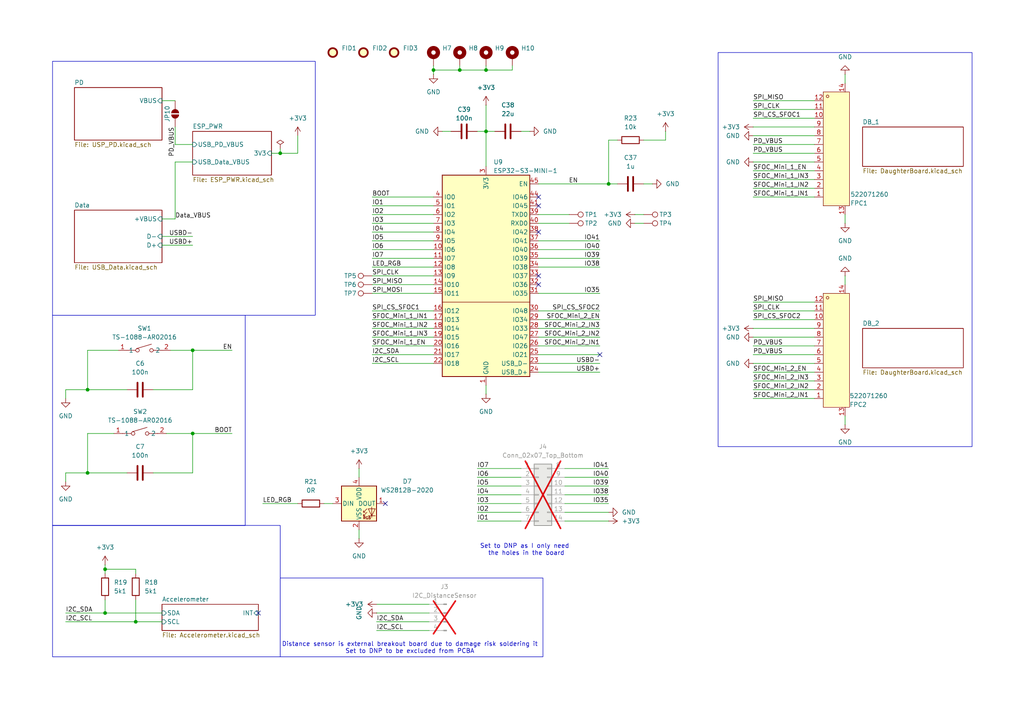
<source format=kicad_sch>
(kicad_sch (version 20250114) (generator "eeschema") (generator_version "9.0")
  (paper "A4")
  (title_block (title "FOCEars") (date "2025-12-05") (rev "A") (company "KaironSaber"))
  (lib_symbols
    (symbol "Connector:Conn_01x04_Pin" (pin_names (offset 1.016) (hide yes))
      (property "Reference" "J" (at 0 5.08 0))
      (property "Value" "Conn_01x04_Pin" (at 0 -7.62 0))
      (symbol "Conn_01x04_Pin_1_1"
        (rectangle (start 0.8636 2.667) (end 0 2.413) (stroke (width 0.1524)) (fill (type outline)))
        (rectangle (start 0.8636 0.127) (end 0 -0.127) (stroke (width 0.1524)) (fill (type outline)))
        (rectangle (start 0.8636 -2.413) (end 0 -2.667) (stroke (width 0.1524)) (fill (type outline)))
        (rectangle (start 0.8636 -4.953) (end 0 -5.207) (stroke (width 0.1524)) (fill (type outline)))
        (polyline (pts (xy 1.27 2.54) (xy 0.8636 2.54)) (stroke (width 0.1524)))
        (polyline (pts (xy 1.27 0) (xy 0.8636 0)) (stroke (width 0.1524)))
        (polyline (pts (xy 1.27 -2.54) (xy 0.8636 -2.54)) (stroke (width 0.1524)))
        (polyline (pts (xy 1.27 -5.08) (xy 0.8636 -5.08)) (stroke (width 0.1524)))
        (pin passive line (at 5.08 2.54 180) (length 3.81) (name "Pin_1") (number "1"))
        (pin passive line (at 5.08 0 180) (length 3.81) (name "Pin_2") (number "2"))
        (pin passive line (at 5.08 -2.54 180) (length 3.81) (name "Pin_3") (number "3"))
        (pin passive line (at 5.08 -5.08 180) (length 3.81) (name "Pin_4") (number "4"))
      )
    )
    (symbol "Connector:TestPoint" (pin_numbers (hide yes)) (pin_names (offset 0.762) (hide yes))
      (property "Reference" "TP" (at 0 6.858 0))
      (property "Value" "TestPoint" (at 0 5.08 0))
      (symbol "TestPoint_0_1"
        (circle (center 0 3.302) (radius 0.762))
      )
      (symbol "TestPoint_1_1"
        (pin passive line (at 0 0 90) (length 2.54) (name "1") (number "1"))
      )
    )
    (symbol "Connector_Generic:Conn_02x07_Top_Bottom" (pin_names (offset 1.016) (hide yes))
      (property "Reference" "J" (at 1.27 10.16 0))
      (property "Value" "Conn_02x07_Top_Bottom" (at 1.27 -10.16 0))
      (symbol "Conn_02x07_Top_Bottom_1_1"
        (rectangle (start -1.27 8.89) (end 3.81 -8.89) (stroke (width 0.254)) (fill (type background)))
        (rectangle (start -1.27 7.747) (end 0 7.493) (stroke (width 0.1524)))
        (rectangle (start -1.27 5.207) (end 0 4.953) (stroke (width 0.1524)))
        (rectangle (start -1.27 2.667) (end 0 2.413) (stroke (width 0.1524)))
        (rectangle (start -1.27 0.127) (end 0 -0.127) (stroke (width 0.1524)))
        (rectangle (start -1.27 -2.413) (end 0 -2.667) (stroke (width 0.1524)))
        (rectangle (start -1.27 -4.953) (end 0 -5.207) (stroke (width 0.1524)))
        (rectangle (start -1.27 -7.493) (end 0 -7.747) (stroke (width 0.1524)))
        (rectangle (start 3.81 7.747) (end 2.54 7.493) (stroke (width 0.1524)))
        (rectangle (start 3.81 5.207) (end 2.54 4.953) (stroke (width 0.1524)))
        (rectangle (start 3.81 2.667) (end 2.54 2.413) (stroke (width 0.1524)))
        (rectangle (start 3.81 0.127) (end 2.54 -0.127) (stroke (width 0.1524)))
        (rectangle (start 3.81 -2.413) (end 2.54 -2.667) (stroke (width 0.1524)))
        (rectangle (start 3.81 -4.953) (end 2.54 -5.207) (stroke (width 0.1524)))
        (rectangle (start 3.81 -7.493) (end 2.54 -7.747) (stroke (width 0.1524)))
        (pin passive line (at -5.08 7.62 0) (length 3.81) (name "Pin_1") (number "1"))
        (pin passive line (at -5.08 5.08 0) (length 3.81) (name "Pin_2") (number "2"))
        (pin passive line (at -5.08 2.54 0) (length 3.81) (name "Pin_3") (number "3"))
        (pin passive line (at -5.08 0 0) (length 3.81) (name "Pin_4") (number "4"))
        (pin passive line (at -5.08 -2.54 0) (length 3.81) (name "Pin_5") (number "5"))
        (pin passive line (at -5.08 -5.08 0) (length 3.81) (name "Pin_6") (number "6"))
        (pin passive line (at -5.08 -7.62 0) (length 3.81) (name "Pin_7") (number "7"))
        (pin passive line (at 7.62 7.62 180) (length 3.81) (name "Pin_8") (number "8"))
        (pin passive line (at 7.62 5.08 180) (length 3.81) (name "Pin_9") (number "9"))
        (pin passive line (at 7.62 2.54 180) (length 3.81) (name "Pin_10") (number "10"))
        (pin passive line (at 7.62 0 180) (length 3.81) (name "Pin_11") (number "11"))
        (pin passive line (at 7.62 -2.54 180) (length 3.81) (name "Pin_12") (number "12"))
        (pin passive line (at 7.62 -5.08 180) (length 3.81) (name "Pin_13") (number "13"))
        (pin passive line (at 7.62 -7.62 180) (length 3.81) (name "Pin_14") (number "14"))
      )
    )
    (symbol "Device:C" (pin_numbers (hide yes)) (pin_names (offset 0.254))
      (property "Reference" "C" (at 0.635 2.54 0))
      (property "Value" "C" (at 0.635 -2.54 0))
      (symbol "C_0_1"
        (polyline (pts (xy -2.032 0.762) (xy 2.032 0.762)) (stroke (width 0.508)))
        (polyline (pts (xy -2.032 -0.762) (xy 2.032 -0.762)) (stroke (width 0.508)))
      )
      (symbol "C_1_1"
        (pin passive line (at 0 3.81 270) (length 2.794) (name "~") (number "1"))
        (pin passive line (at 0 -3.81 90) (length 2.794) (name "~") (number "2"))
      )
    )
    (symbol "Device:R" (pin_numbers (hide yes)) (pin_names (offset 0))
      (property "Reference" "R" (at 2.032 0 90))
      (property "Value" "R" (at 0 0 90))
      (symbol "R_0_1"
        (rectangle (start -1.016 -2.54) (end 1.016 2.54) (stroke (width 0.254)))
      )
      (symbol "R_1_1"
        (pin passive line (at 0 3.81 270) (length 1.27) (name "~") (number "1"))
        (pin passive line (at 0 -3.81 90) (length 1.27) (name "~") (number "2"))
      )
    )
    (symbol "EasyEDA:522071260" (pin_names (hide yes))
      (property "Reference" "FPC" (at 4.826 1.016 0))
      (property "Value" "522071260" (at 9.652 -1.27 0))
      (symbol "522071260_0_1"
        (rectangle (start -3.81 16.51) (end 3.81 -16.51) (fill (type background)))
        (circle (center -2.54 15.24) (radius 0.38))
        (pin passive line (at -6.35 13.97 0) (length 2.54) (name "12") (number "12"))
        (pin passive line (at -6.35 11.43 0) (length 2.54) (name "11") (number "11"))
        (pin passive line (at -6.35 8.89 0) (length 2.54) (name "10") (number "10"))
        (pin passive line (at -6.35 6.35 0) (length 2.54) (name "9") (number "9"))
        (pin passive line (at -6.35 3.81 0) (length 2.54) (name "8") (number "8"))
        (pin passive line (at -6.35 1.27 0) (length 2.54) (name "7") (number "7"))
        (pin passive line (at -6.35 -1.27 0) (length 2.54) (name "6") (number "6"))
        (pin passive line (at -6.35 -3.81 0) (length 2.54) (name "5") (number "5"))
        (pin passive line (at -6.35 -6.35 0) (length 2.54) (name "4") (number "4"))
        (pin passive line (at -6.35 -8.89 0) (length 2.54) (name "3") (number "3"))
        (pin passive line (at -6.35 -11.43 0) (length 2.54) (name "2") (number "2"))
        (pin passive line (at -6.35 -13.97 0) (length 2.54) (name "1") (number "1"))
        (pin passive line (at 2.54 19.05 270) (length 2.54) (name "14") (number "14"))
        (pin passive line (at 2.54 -19.05 90) (length 2.54) (name "13") (number "13"))
      )
    )
    (symbol "EasyEDA:TS-1088-AR02016"
      (property "Reference" "SW" (at 0 5.08 0))
      (property "Value" "TS-1088-AR02016" (at 0 -5.08 0))
      (symbol "TS-1088-AR02016_0_1"
        (polyline (pts (xy -5.08 0) (xy -2.54 0)))
        (polyline (pts (xy -2.29 0.51) (xy 2.03 1.78)))
        (circle (center -2.03 0) (radius 0.51))
        (circle (center 2.03 0) (radius 0.51))
        (polyline (pts (xy 5.08 0) (xy 2.54 0)))
        (pin passive line (at -7.62 0 0) (length 2.54) (name "1") (number "1"))
        (pin passive line (at 7.62 0 180) (length 2.54) (name "2") (number "2"))
      )
    )
    (symbol "Jumper:SolderJumper_2_Open" (pin_numbers (hide yes)) (pin_names (offset 0) (hide yes)) (in_bom no)
      (property "Reference" "JP" (at 0 2.032 0))
      (property "Value" "SolderJumper_2_Open" (at 0 -2.54 0))
      (symbol "SolderJumper_2_Open_0_1"
        (polyline (pts (xy -0.254 1.016) (xy -0.254 -1.016)))
        (arc (start -0.254 -1.016) (mid -1.2656 0) (end -0.254 1.016))
        (arc (start -0.254 -1.016) (mid -1.2656 0) (end -0.254 1.016) (fill (type outline)))
        (arc (start 0.254 1.016) (mid 1.2656 0) (end 0.254 -1.016))
        (arc (start 0.254 1.016) (mid 1.2656 0) (end 0.254 -1.016) (fill (type outline)))
        (polyline (pts (xy 0.254 1.016) (xy 0.254 -1.016)))
      )
      (symbol "SolderJumper_2_Open_1_1"
        (pin passive line (at -3.81 0 0) (length 2.54) (name "A") (number "1"))
        (pin passive line (at 3.81 0 180) (length 2.54) (name "B") (number "2"))
      )
    )
    (symbol "LED:WS2812B-2020" (pin_names (offset 0.254))
      (property "Reference" "D" (at 5.08 5.715 0))
      (property "Value" "WS2812B-2020" (at 1.27 -5.715 0))
      (symbol "WS2812B-2020_0_0"
        (text "RGB" (at 2.286 -4.191 0) (effects (font (size 0.762 0.762))))
      )
      (symbol "WS2812B-2020_0_1"
        (polyline (pts (xy 1.27 -2.54) (xy 1.778 -2.54)))
        (polyline (pts (xy 1.27 -3.556) (xy 1.778 -3.556)))
        (polyline (pts (xy 2.286 -1.524) (xy 1.27 -2.54) (xy 1.27 -2.032)))
        (polyline (pts (xy 2.286 -2.54) (xy 1.27 -3.556) (xy 1.27 -3.048)))
        (polyline (pts (xy 3.683 -1.016) (xy 3.683 -3.556) (xy 3.683 -4.064)))
        (polyline (pts (xy 4.699 -1.524) (xy 2.667 -1.524) (xy 3.683 -3.556) (xy 4.699 -1.524)))
        (polyline (pts (xy 4.699 -3.556) (xy 2.667 -3.556)))
        (rectangle (start 5.08 5.08) (end -5.08 -5.08) (stroke (width 0.254)) (fill (type background)))
      )
      (symbol "WS2812B-2020_1_1"
        (pin input line (at -7.62 0 0) (length 2.54) (name "DIN") (number "3"))
        (pin power_in line (at 0 7.62 270) (length 2.54) (name "VDD") (number "4"))
        (pin power_in line (at 0 -7.62 90) (length 2.54) (name "VSS") (number "2"))
        (pin output line (at 7.62 0 180) (length 2.54) (name "DOUT") (number "1"))
      )
    )
    (symbol "Mechanical:Fiducial" (in_bom no)
      (property "Reference" "FID" (at 0 5.08 0))
      (property "Value" "Fiducial" (at 0 3.175 0))
      (symbol "Fiducial_0_1"
        (circle (center 0 0) (radius 1.27) (stroke (width 0.508)) (fill (type background)))
      )
    )
    (symbol "Mechanical:MountingHole_Pad" (pin_numbers (hide yes)) (pin_names (offset 1.016) (hide yes)) (in_bom no)
      (property "Reference" "H" (at 0 6.35 0))
      (property "Value" "MountingHole_Pad" (at 0 4.445 0))
      (symbol "MountingHole_Pad_0_1"
        (circle (center 0 1.27) (radius 1.27) (stroke (width 1.27)))
      )
      (symbol "MountingHole_Pad_1_1"
        (pin input line (at 0 -2.54 90) (length 2.54) (name "1") (number "1"))
      )
    )
    (symbol "RF_Module:ESP32-S3-MINI-1"
      (property "Reference" "U9" (at 2.1433 31.75 0))
      (property "Value" "ESP32-S3-MINI-1" (at 2.1433 29.21 0))
      (symbol "ESP32-S3-MINI-1_0_1"
        (rectangle (start -12.7 27.94) (end 12.7 -30.48) (stroke (width 0.254)) (fill (type background)))
        (polyline (pts (xy -12.7 -8.89) (xy 12.7 -8.89)))
      )
      (symbol "ESP32-S3-MINI-1_1_1"
        (pin bidirectional line (at -15.24 21.59 0) (length 2.54) (name "IO0") (number "4"))
        (pin bidirectional line (at -15.24 19.05 0) (length 2.54) (name "IO1") (number "5"))
        (pin bidirectional line (at -15.24 16.51 0) (length 2.54) (name "IO2") (number "6"))
        (pin bidirectional line (at -15.24 13.97 0) (length 2.54) (name "IO3") (number "7"))
        (pin bidirectional line (at -15.24 11.43 0) (length 2.54) (name "IO4") (number "8"))
        (pin bidirectional line (at -15.24 8.89 0) (length 2.54) (name "IO5") (number "9"))
        (pin bidirectional line (at -15.24 6.35 0) (length 2.54) (name "IO6") (number "10"))
        (pin bidirectional line (at -15.24 3.81 0) (length 2.54) (name "IO7") (number "11"))
        (pin bidirectional line (at -15.24 1.27 0) (length 2.54) (name "IO8") (number "12"))
        (pin bidirectional line (at -15.24 -1.27 0) (length 2.54) (name "IO9") (number "13"))
        (pin bidirectional line (at -15.24 -3.81 0) (length 2.54) (name "IO10") (number "14"))
        (pin bidirectional line (at -15.24 -6.35 0) (length 2.54) (name "IO11") (number "15"))
        (pin bidirectional line (at -15.24 -11.43 0) (length 2.54) (name "IO12") (number "16"))
        (pin bidirectional line (at -15.24 -13.97 0) (length 2.54) (name "IO13") (number "17"))
        (pin bidirectional line (at -15.24 -16.51 0) (length 2.54) (name "IO14") (number "18"))
        (pin bidirectional line (at -15.24 -19.05 0) (length 2.54) (name "IO15") (number "19"))
        (pin bidirectional line (at -15.24 -21.59 0) (length 2.54) (name "IO16") (number "20"))
        (pin bidirectional line (at -15.24 -24.13 0) (length 2.54) (name "IO17") (number "21"))
        (pin bidirectional line (at -15.24 -26.67 0) (length 2.54) (name "IO18") (number "22"))
        (pin power_in line (at 0 30.48 270) (length 2.54) (name "3V3") (number "3"))
        (pin power_in line (at 0 -33.02 90) (length 2.54) (name "GND") (number "1"))
        (pin passive line (at 0 -33.02 90) (length 2.54) (hide yes) (name "GND") (number "2"))
        (pin passive line (at 0 -33.02 90) (length 2.54) (hide yes) (name "GND") (number "42"))
        (pin passive line (at 0 -33.02 90) (length 2.54) (hide yes) (name "GND") (number "43"))
        (pin passive line (at 0 -33.02 90) (length 2.54) (hide yes) (name "GND") (number "46"))
        (pin passive line (at 0 -33.02 90) (length 2.54) (hide yes) (name "GND") (number "47"))
        (pin passive line (at 0 -33.02 90) (length 2.54) (hide yes) (name "GND") (number "48"))
        (pin passive line (at 0 -33.02 90) (length 2.54) (hide yes) (name "GND") (number "49"))
        (pin passive line (at 0 -33.02 90) (length 2.54) (hide yes) (name "GND") (number "50"))
        (pin passive line (at 0 -33.02 90) (length 2.54) (hide yes) (name "GND") (number "51"))
        (pin passive line (at 0 -33.02 90) (length 2.54) (hide yes) (name "GND") (number "52"))
        (pin passive line (at 0 -33.02 90) (length 2.54) (hide yes) (name "GND") (number "53"))
        (pin passive line (at 0 -33.02 90) (length 2.54) (hide yes) (name "GND") (number "54"))
        (pin passive line (at 0 -33.02 90) (length 2.54) (hide yes) (name "GND") (number "55"))
        (pin passive line (at 0 -33.02 90) (length 2.54) (hide yes) (name "GND") (number "56"))
        (pin passive line (at 0 -33.02 90) (length 2.54) (hide yes) (name "GND") (number "57"))
        (pin passive line (at 0 -33.02 90) (length 2.54) (hide yes) (name "GND") (number "58"))
        (pin passive line (at 0 -33.02 90) (length 2.54) (hide yes) (name "GND") (number "59"))
        (pin passive line (at 0 -33.02 90) (length 2.54) (hide yes) (name "GND") (number "60"))
        (pin passive line (at 0 -33.02 90) (length 2.54) (hide yes) (name "GND") (number "61"))
        (pin passive line (at 0 -33.02 90) (length 2.54) (hide yes) (name "GND") (number "62"))
        (pin passive line (at 0 -33.02 90) (length 2.54) (hide yes) (name "GND") (number "63"))
        (pin passive line (at 0 -33.02 90) (length 2.54) (hide yes) (name "GND") (number "64"))
        (pin passive line (at 0 -33.02 90) (length 2.54) (hide yes) (name "GND") (number "65"))
        (pin input line (at 15.24 25.4 180) (length 2.54) (name "EN") (number "45"))
        (pin bidirectional line (at 15.24 21.59 180) (length 2.54) (name "IO46") (number "44"))
        (pin bidirectional line (at 15.24 19.05 180) (length 2.54) (name "IO45") (number "41"))
        (pin bidirectional line (at 15.24 16.51 180) (length 2.54) (name "TXD0") (number "39"))
        (pin bidirectional line (at 15.24 13.97 180) (length 2.54) (name "RXD0") (number "40"))
        (pin bidirectional line (at 15.24 11.43 180) (length 2.54) (name "IO42") (number "38"))
        (pin bidirectional line (at 15.24 8.89 180) (length 2.54) (name "IO41") (number "37"))
        (pin bidirectional line (at 15.24 6.35 180) (length 2.54) (name "IO40") (number "36"))
        (pin bidirectional line (at 15.24 3.81 180) (length 2.54) (name "IO39") (number "35"))
        (pin bidirectional line (at 15.24 1.27 180) (length 2.54) (name "IO38") (number "34"))
        (pin bidirectional line (at 15.24 -1.27 180) (length 2.54) (name "IO37") (number "33"))
        (pin bidirectional line (at 15.24 -3.81 180) (length 2.54) (name "IO36") (number "32"))
        (pin bidirectional line (at 15.24 -6.35 180) (length 2.54) (name "IO35") (number "31"))
        (pin bidirectional line (at 15.24 -11.43 180) (length 2.54) (name "IO48") (number "30"))
        (pin bidirectional line (at 15.24 -13.97 180) (length 2.54) (name "IO34") (number "29"))
        (pin bidirectional line (at 15.24 -16.51 180) (length 2.54) (name "IO33") (number "28"))
        (pin bidirectional line (at 15.24 -19.05 180) (length 2.54) (name "IO47") (number "27"))
        (pin bidirectional line (at 15.24 -21.59 180) (length 2.54) (name "IO26") (number "26"))
        (pin bidirectional line (at 15.24 -24.13 180) (length 2.54) (name "IO21") (number "25"))
        (pin bidirectional line (at 15.24 -26.67 180) (length 2.54) (name "USB_D-") (number "23"))
        (pin bidirectional line (at 15.24 -29.21 180) (length 2.54) (name "USB_D+") (number "24"))
      )
    )
    (symbol "power:+3V3" (power) (pin_numbers (hide yes)) (pin_names (offset 0) (hide yes))
      (property "Value" "+3V3" (at 0 3.556 0))
      (symbol "+3V3_0_1"
        (polyline (pts (xy -0.762 1.27) (xy 0 2.54)))
        (polyline (pts (xy 0 2.54) (xy 0.762 1.27)))
        (polyline (pts (xy 0 0) (xy 0 2.54)))
      )
      (symbol "+3V3_1_1"
        (pin power_in line (at 0 0 90) (length 0) (name "~") (number "1"))
      )
    )
    (symbol "power:GND" (power) (pin_numbers (hide yes)) (pin_names (offset 0) (hide yes))
      (property "Value" "GND" (at 0 -3.81 0))
      (symbol "GND_0_1"
        (polyline (pts (xy 0 0) (xy 0 -1.27) (xy 1.27 -1.27) (xy 0 -2.54) (xy -1.27 -1.27) (xy 0 -1.27)))
      )
      (symbol "GND_1_1"
        (pin power_in line (at 0 0 270) (length 0) (name "~") (number "1"))
      )
    )
    (symbol "power:PWR_FLAG" (power) (pin_numbers (hide yes)) (pin_names (offset 0) (hide yes))
      (property "Value" "PWR_FLAG" (at 0 3.81 0))
      (symbol "PWR_FLAG_0_0"
        (pin power_out line (at 0 0 90) (length 0) (name "~") (number "1"))
      )
      (symbol "PWR_FLAG_0_1"
        (polyline (pts (xy 0 0) (xy 0 1.27) (xy -1.016 1.905) (xy 0 2.54) (xy 1.016 1.905) (xy 0 1.27)))
      )
    )
  )
  (rectangle (start 81.28 167.64) (end 157.48 190.5))
  (rectangle (start 15.24 17.78) (end 91.44 91.44))
  (rectangle (start 15.24 152.4) (end 81.28 190.5))
  (rectangle (start 15.24 91.44) (end 71.12 152.4))
  (rectangle (start 208.28 15.24) (end 281.94 129.54))
  (text "TODO:\n[X] MT6701 Encoder Sensors\n[X] FPC Connection to Daughter Boards \n[X] RGB LED Status\n[X] I2C Lines with Distance Sensor and Accelerometer\n[ ] Button for user input\n[ ] Verify all used pins work\n[ ] Various test pads\n[X] Fix PD Regulator voltage, too low for AMS1117 1.3v min drop.\n[X] Fix TVS Diodes\n[ ] Double check DRV8313 capacitors\n[X] Net Colors" (at 4.826 -15.24 0) (effects (font (size 1.27 1.27)) (justify left)))
  (text "Set to DNP as I only need \nthe holes in the board\n" (at 152.654 159.512 0) (effects (font (size 1.27 1.27))))
  (text "Distance sensor is external breakout board due to damage risk soldering it\nSet to DNP to be excluded from PCBA" (at 118.872 187.96 0) (effects (font (size 1.27 1.27))))
  (junction (at 176.53 53.34))
  (junction (at 39.37 180.34))
  (junction (at 81.28 44.45))
  (junction (at 30.48 177.8))
  (junction (at 25.4 113.03))
  (junction (at 140.97 20.32))
  (junction (at 55.88 125.73))
  (junction (at 140.97 38.1))
  (junction (at 25.4 137.16))
  (junction (at 30.48 165.1))
  (junction (at 55.88 101.6))
  (junction (at 133.35 20.32))
  (junction (at 125.73 20.32))
  (no_connect (at 156.21 67.31))
  (no_connect (at 173.99 102.87))
  (no_connect (at 74.93 177.8))
  (no_connect (at 156.21 80.01))
  (no_connect (at 156.21 59.69))
  (no_connect (at 156.21 82.55))
  (no_connect (at 156.21 57.15))
  (no_connect (at 111.76 146.05))
  (wire (pts (xy 39.37 173.99) (xy 39.37 180.34)))
  (wire (pts (xy 140.97 111.76) (xy 140.97 114.3)))
  (wire (pts (xy 156.21 64.77) (xy 165.1 64.77)))
  (wire (pts (xy 36.83 137.16) (xy 25.4 137.16)))
  (wire (pts (xy 236.22 36.83) (xy 218.44 36.83)))
  (wire (pts (xy 107.95 97.79) (xy 125.73 97.79)))
  (wire (pts (xy 236.22 39.37) (xy 218.44 39.37)))
  (wire (pts (xy 184.15 64.77) (xy 186.69 64.77)))
  (wire (pts (xy 30.48 163.83) (xy 30.48 165.1)))
  (wire (pts (xy 236.22 46.99) (xy 218.44 46.99)))
  (wire (pts (xy 156.21 107.95) (xy 173.99 107.95)))
  (wire (pts (xy 109.22 182.88) (xy 124.46 182.88)))
  (wire (pts (xy 109.22 180.34) (xy 124.46 180.34)))
  (wire (pts (xy 151.13 38.1) (xy 153.67 38.1)))
  (wire (pts (xy 140.97 38.1) (xy 143.51 38.1)))
  (wire (pts (xy 107.95 57.15) (xy 125.73 57.15)))
  (wire (pts (xy 156.21 85.09) (xy 173.99 85.09)))
  (wire (pts (xy 44.45 137.16) (xy 55.88 137.16)))
  (wire (pts (xy 189.23 53.34) (xy 186.69 53.34)))
  (wire (pts (xy 133.35 19.05) (xy 133.35 20.32)))
  (wire (pts (xy 236.22 31.75) (xy 218.44 31.75)))
  (wire (pts (xy 156.21 97.79) (xy 173.99 97.79)))
  (wire (pts (xy 184.15 62.23) (xy 186.69 62.23)))
  (wire (pts (xy 156.21 72.39) (xy 173.99 72.39)))
  (wire (pts (xy 30.48 177.8) (xy 46.99 177.8)))
  (wire (pts (xy 176.53 40.64) (xy 176.53 53.34)))
  (wire (pts (xy 236.22 87.63) (xy 218.44 87.63)))
  (wire (pts (xy 156.21 102.87) (xy 173.99 102.87)))
  (wire (pts (xy 30.48 165.1) (xy 30.48 166.37)))
  (wire (pts (xy 163.83 138.43) (xy 176.53 138.43)))
  (wire (pts (xy 19.05 113.03) (xy 19.05 115.57)))
  (wire (pts (xy 107.95 90.17) (xy 125.73 90.17)))
  (wire (pts (xy 107.95 85.09) (xy 125.73 85.09)))
  (wire (pts (xy 236.22 113.03) (xy 218.44 113.03)))
  (wire (pts (xy 107.95 102.87) (xy 125.73 102.87)))
  (wire (pts (xy 179.07 40.64) (xy 176.53 40.64)))
  (wire (pts (xy 46.99 29.21) (xy 50.8 29.21)))
  (wire (pts (xy 107.95 80.01) (xy 125.73 80.01)))
  (wire (pts (xy 236.22 102.87) (xy 218.44 102.87)))
  (wire (pts (xy 104.14 135.89) (xy 104.14 138.43)))
  (wire (pts (xy 107.95 74.93) (xy 125.73 74.93)))
  (wire (pts (xy 93.98 146.05) (xy 96.52 146.05)))
  (wire (pts (xy 39.37 180.34) (xy 46.99 180.34)))
  (wire (pts (xy 107.95 105.41) (xy 125.73 105.41)))
  (wire (pts (xy 25.4 101.6) (xy 34.29 101.6)))
  (wire (pts (xy 30.48 165.1) (xy 39.37 165.1)))
  (wire (pts (xy 138.43 148.59) (xy 151.13 148.59)))
  (wire (pts (xy 46.99 63.5) (xy 50.8 63.5)))
  (wire (pts (xy 156.21 74.93) (xy 173.99 74.93)))
  (wire (pts (xy 81.28 43.18) (xy 81.28 44.45)))
  (wire (pts (xy 138.43 138.43) (xy 151.13 138.43)))
  (wire (pts (xy 140.97 30.48) (xy 140.97 38.1)))
  (wire (pts (xy 36.83 113.03) (xy 25.4 113.03)))
  (wire (pts (xy 156.21 92.71) (xy 173.99 92.71)))
  (wire (pts (xy 104.14 153.67) (xy 104.14 156.21)))
  (wire (pts (xy 236.22 90.17) (xy 218.44 90.17)))
  (wire (pts (xy 236.22 115.57) (xy 218.44 115.57)))
  (wire (pts (xy 138.43 143.51) (xy 151.13 143.51)))
  (wire (pts (xy 125.73 20.32) (xy 133.35 20.32)))
  (wire (pts (xy 49.53 101.6) (xy 55.88 101.6)))
  (wire (pts (xy 236.22 95.25) (xy 218.44 95.25)))
  (wire (pts (xy 176.53 53.34) (xy 179.07 53.34)))
  (wire (pts (xy 245.11 64.77) (xy 245.11 62.23)))
  (wire (pts (xy 55.88 101.6) (xy 55.88 113.03)))
  (wire (pts (xy 133.35 20.32) (xy 140.97 20.32)))
  (wire (pts (xy 86.36 44.45) (xy 86.36 39.37)))
  (wire (pts (xy 236.22 107.95) (xy 218.44 107.95)))
  (wire (pts (xy 140.97 19.05) (xy 140.97 20.32)))
  (wire (pts (xy 148.59 19.05) (xy 148.59 20.32)))
  (wire (pts (xy 138.43 135.89) (xy 151.13 135.89)))
  (wire (pts (xy 236.22 92.71) (xy 218.44 92.71)))
  (wire (pts (xy 236.22 110.49) (xy 218.44 110.49)))
  (wire (pts (xy 50.8 63.5) (xy 50.8 46.99)))
  (wire (pts (xy 236.22 97.79) (xy 218.44 97.79)))
  (wire (pts (xy 39.37 166.37) (xy 39.37 165.1)))
  (wire (pts (xy 107.95 59.69) (xy 125.73 59.69)))
  (wire (pts (xy 19.05 137.16) (xy 19.05 139.7)))
  (wire (pts (xy 138.43 140.97) (xy 151.13 140.97)))
  (wire (pts (xy 236.22 105.41) (xy 218.44 105.41)))
  (wire (pts (xy 107.95 67.31) (xy 125.73 67.31)))
  (wire (pts (xy 25.4 125.73) (xy 33.02 125.73)))
  (wire (pts (xy 109.22 177.8) (xy 124.46 177.8)))
  (wire (pts (xy 156.21 90.17) (xy 173.99 90.17)))
  (wire (pts (xy 163.83 148.59) (xy 176.53 148.59)))
  (wire (pts (xy 107.95 64.77) (xy 125.73 64.77)))
  (wire (pts (xy 245.11 82.55) (xy 245.11 80.01)))
  (wire (pts (xy 107.95 69.85) (xy 125.73 69.85)))
  (wire (pts (xy 163.83 146.05) (xy 176.53 146.05)))
  (wire (pts (xy 67.31 125.73) (xy 55.88 125.73)))
  (wire (pts (xy 163.83 143.51) (xy 176.53 143.51)))
  (wire (pts (xy 78.74 44.45) (xy 81.28 44.45)))
  (wire (pts (xy 50.8 36.83) (xy 50.8 41.91)))
  (wire (pts (xy 156.21 69.85) (xy 173.99 69.85)))
  (wire (pts (xy 44.45 113.03) (xy 55.88 113.03)))
  (wire (pts (xy 19.05 137.16) (xy 25.4 137.16)))
  (wire (pts (xy 236.22 100.33) (xy 218.44 100.33)))
  (wire (pts (xy 140.97 38.1) (xy 140.97 48.26)))
  (wire (pts (xy 50.8 46.99) (xy 55.88 46.99)))
  (wire (pts (xy 163.83 135.89) (xy 176.53 135.89)))
  (wire (pts (xy 156.21 77.47) (xy 173.99 77.47)))
  (wire (pts (xy 48.26 125.73) (xy 55.88 125.73)))
  (wire (pts (xy 107.95 72.39) (xy 125.73 72.39)))
  (wire (pts (xy 156.21 62.23) (xy 165.1 62.23)))
  (wire (pts (xy 156.21 53.34) (xy 176.53 53.34)))
  (wire (pts (xy 163.83 140.97) (xy 176.53 140.97)))
  (wire (pts (xy 125.73 20.32) (xy 125.73 21.59)))
  (wire (pts (xy 236.22 34.29) (xy 218.44 34.29)))
  (wire (pts (xy 107.95 82.55) (xy 125.73 82.55)))
  (wire (pts (xy 107.95 95.25) (xy 125.73 95.25)))
  (wire (pts (xy 25.4 113.03) (xy 25.4 101.6)))
  (wire (pts (xy 163.83 151.13) (xy 176.53 151.13)))
  (wire (pts (xy 50.8 41.91) (xy 55.88 41.91)))
  (wire (pts (xy 236.22 41.91) (xy 218.44 41.91)))
  (wire (pts (xy 46.99 68.58) (xy 55.88 68.58)))
  (wire (pts (xy 19.05 177.8) (xy 30.48 177.8)))
  (wire (pts (xy 107.95 62.23) (xy 125.73 62.23)))
  (wire (pts (xy 156.21 100.33) (xy 173.99 100.33)))
  (wire (pts (xy 19.05 113.03) (xy 25.4 113.03)))
  (wire (pts (xy 236.22 57.15) (xy 218.44 57.15)))
  (wire (pts (xy 140.97 20.32) (xy 148.59 20.32)))
  (wire (pts (xy 30.48 177.8) (xy 30.48 173.99)))
  (wire (pts (xy 81.28 44.45) (xy 86.36 44.45)))
  (wire (pts (xy 236.22 29.21) (xy 218.44 29.21)))
  (wire (pts (xy 236.22 44.45) (xy 218.44 44.45)))
  (wire (pts (xy 46.99 71.12) (xy 55.88 71.12)))
  (wire (pts (xy 138.43 146.05) (xy 151.13 146.05)))
  (wire (pts (xy 236.22 52.07) (xy 218.44 52.07)))
  (wire (pts (xy 156.21 95.25) (xy 173.99 95.25)))
  (wire (pts (xy 245.11 123.19) (xy 245.11 120.65)))
  (wire (pts (xy 76.2 146.05) (xy 86.36 146.05)))
  (wire (pts (xy 156.21 105.41) (xy 173.99 105.41)))
  (wire (pts (xy 55.88 125.73) (xy 55.88 137.16)))
  (wire (pts (xy 125.73 19.05) (xy 125.73 20.32)))
  (wire (pts (xy 128.27 38.1) (xy 130.81 38.1)))
  (wire (pts (xy 107.95 100.33) (xy 125.73 100.33)))
  (wire (pts (xy 109.22 175.26) (xy 124.46 175.26)))
  (wire (pts (xy 19.05 180.34) (xy 39.37 180.34)))
  (wire (pts (xy 245.11 24.13) (xy 245.11 21.59)))
  (wire (pts (xy 67.31 101.6) (xy 55.88 101.6)))
  (wire (pts (xy 193.04 38.1) (xy 193.04 40.64)))
  (wire (pts (xy 138.43 38.1) (xy 140.97 38.1)))
  (wire (pts (xy 236.22 54.61) (xy 218.44 54.61)))
  (wire (pts (xy 193.04 40.64) (xy 186.69 40.64)))
  (wire (pts (xy 107.95 77.47) (xy 125.73 77.47)))
  (wire (pts (xy 107.95 92.71) (xy 125.73 92.71)))
  (wire (pts (xy 25.4 137.16) (xy 25.4 125.73)))
  (wire (pts (xy 236.22 49.53) (xy 218.44 49.53)))
  (wire (pts (xy 138.43 151.13) (xy 151.13 151.13)))
  (label "I2C_SDA" (at 109.22 180.34 0))
  (label "SFOC_Mini_1_IN3" (at 107.95 97.79 0))
  (label "SPI_MISO" (at 107.95 82.55 0))
  (label "IO41" (at 176.53 135.89 180))
  (label "PD_VBUS" (at 50.8 36.83 270))
  (label "SFOC_Mini_2_IN3" (at 218.44 110.49 0))
  (label "IO38" (at 176.53 143.51 180))
  (label "PD_VBUS" (at 218.44 41.91 0))
  (label "LED_RGB" (at 76.2 146.05 0))
  (label "I2C_SCL" (at 107.95 105.41 0))
  (label "SPI_CLK" (at 107.95 80.01 0))
  (label "USBD-" (at 173.99 105.41 180))
  (label "SPI_MOSI" (at 107.95 85.09 0))
  (label "SPI_CLK" (at 218.44 90.17 0))
  (label "SPI_MISO" (at 218.44 87.63 0))
  (label "IO7" (at 107.95 74.93 0))
  (label "IO3" (at 107.95 64.77 0))
  (label "IO2" (at 107.95 62.23 0))
  (label "IO6" (at 107.95 72.39 0))
  (label "IO4" (at 107.95 67.31 0))
  (label "IO5" (at 107.95 69.85 0))
  (label "IO1" (at 107.95 59.69 0))
  (label "IO1" (at 138.43 151.13 0))
  (label "SFOC_Mini_2_EN" (at 218.44 107.95 0))
  (label "SPI_CS_SFOC1" (at 107.95 90.17 0))
  (label "SFOC_Mini_1_IN1" (at 218.44 57.15 0))
  (label "SFOC_Mini_1_EN" (at 218.44 49.53 0))
  (label "I2C_SDA" (at 107.95 102.87 0))
  (label "USBD-" (at 55.88 68.58 180))
  (label "IO39" (at 173.99 74.93 180))
  (label "IO35" (at 173.99 85.09 180))
  (label "IO41" (at 173.99 69.85 180))
  (label "IO40" (at 173.99 72.39 180))
  (label "IO38" (at 173.99 77.47 180))
  (label "EN" (at 167.64 53.34 180))
  (label "SFOC_Mini_2_IN2" (at 173.99 97.79 180))
  (label "IO4" (at 138.43 143.51 0))
  (label "SFOC_Mini_2_IN3" (at 173.99 95.25 180))
  (label "SFOC_Mini_1_IN3" (at 218.44 52.07 0))
  (label "BOOT" (at 67.31 125.73 180))
  (label "SPI_CLK" (at 218.44 31.75 0))
  (label "BOOT" (at 107.95 57.15 0))
  (label "IO40" (at 176.53 138.43 180))
  (label "LED_RGB" (at 107.95 77.47 0))
  (label "IO39" (at 176.53 140.97 180))
  (label "IO35" (at 176.53 146.05 180))
  (label "IO5" (at 138.43 140.97 0))
  (label "SFOC_Mini_2_IN1" (at 218.44 115.57 0))
  (label "SPI_CS_SFOC2" (at 218.44 92.71 0))
  (label "SFOC_Mini_1_IN1" (at 107.95 92.71 0))
  (label "SFOC_Mini_1_IN2" (at 218.44 54.61 0))
  (label "SFOC_Mini_2_IN1" (at 173.99 100.33 180))
  (label "USBD+" (at 173.99 107.95 180))
  (label "USBD+" (at 55.88 71.12 180))
  (label "IO3" (at 138.43 146.05 0))
  (label "IO2" (at 138.43 148.59 0))
  (label "SFOC_Mini_1_IN2" (at 107.95 95.25 0))
  (label "PD_VBUS" (at 218.44 44.45 0))
  (label "I2C_SCL" (at 109.22 182.88 0))
  (label "EN" (at 67.31 101.6 180))
  (label "SFOC_Mini_1_EN" (at 107.95 100.33 0))
  (label "SFOC_Mini_2_EN" (at 173.99 92.71 180))
  (label "SPI_MISO" (at 218.44 29.21 0))
  (label "PD_VBUS" (at 218.44 100.33 0))
  (label "SPI_CS_SFOC1" (at 218.44 34.29 0))
  (label "SPI_CS_SFOC2" (at 173.99 90.17 180))
  (label "I2C_SCL" (at 19.05 180.34 0))
  (label "IO6" (at 138.43 138.43 0))
  (label "Data_VBUS" (at 50.8 63.5 0))
  (label "IO7" (at 138.43 135.89 0))
  (label "I2C_SDA" (at 19.05 177.8 0))
  (label "SFOC_Mini_2_IN2" (at 218.44 113.03 0))
  (label "PD_VBUS" (at 218.44 102.87 0))
  (symbol (lib_id "power:GND") (at 218.44 105.41 270) (unit 1)
    (property "Reference" "#PWR025" (effects (hide yes)))
    (property "Value" "GND" (at 214.63 105.4099 90) (effects (justify right)))
    (property "Description" "Power symbol creates a global label with name \"GND\" , ground" (effects (hide yes)))
  )
  (symbol (lib_id "power:GND") (at 218.44 97.79 270) (unit 1)
    (property "Reference" "#PWR04" (effects (hide yes)))
    (property "Value" "GND" (at 214.63 97.7899 90) (effects (justify right)))
    (property "Description" "Power symbol creates a global label with name \"GND\" , ground" (effects (hide yes)))
  )
  (symbol (lib_id "Mechanical:MountingHole_Pad") (at 133.35 16.51 0) (unit 1) (in_bom no)
    (property "Reference" "H8" (at 135.89 13.9699 0) (effects (justify left)))
    (property "Value" "MountingHole_Pad" (effects (hide yes)))
    (property "Footprint" "MountingHole:MountingHole_2.2mm_M2_DIN965_Pad_TopBottom" (effects (hide yes)))
    (property "Description" "Mounting Hole with connection" (effects (hide yes)))
  )
  (symbol (lib_id "power:+3V3") (at 193.04 38.1 0) (mirror y) (unit 1)
    (property "Reference" "#PWR02" (effects (hide yes)))
    (property "Value" "+3V3" (at 193.04 33.02 0))
    (property "Description" "Power symbol creates a global label with name \"+3V3\"" (effects (hide yes)))
  )
  (symbol (lib_id "Connector:TestPoint") (at 107.95 85.09 90) (mirror x) (unit 1)
    (property "Reference" "TP7" (at 101.6 85.09 90))
    (property "Value" "TestPoint" (effects (hide yes)))
    (property "Footprint" "TestPoint:TestPoint_Pad_D1.0mm" (effects (hide yes)))
    (property "Description" "test point" (effects (hide yes)))
  )
  (symbol (lib_id "Mechanical:MountingHole_Pad") (at 125.73 16.51 0) (unit 1) (in_bom no)
    (property "Reference" "H7" (at 128.27 13.9699 0) (effects (justify left)))
    (property "Value" "MountingHole_Pad" (effects (hide yes)))
    (property "Footprint" "MountingHole:MountingHole_2.2mm_M2_DIN965_Pad_TopBottom" (effects (hide yes)))
    (property "Description" "Mounting Hole with connection" (effects (hide yes)))
  )
  (symbol (lib_id "Device:C") (at 40.64 137.16 90) (unit 1)
    (property "Reference" "C7" (at 40.64 129.54 90))
    (property "Value" "100n" (at 40.64 132.08 90))
    (property "Footprint" "Capacitor_SMD:C_0402_1005Metric" (effects (hide yes)))
    (property "Datasheet" "https://jlcpcb.com/partdetail/291005-CL05B104KB54PNC/C307331" (effects (hide yes)))
    (property "Description" "Unpolarized capacitor" (effects (hide yes)))
    (property "LCSC Part" "    C307331" (effects (hide yes)))
  )
  (symbol (lib_id "EasyEDA:522071260") (at 242.57 101.6 0) (unit 1)
    (property "Reference" "FPC2" (at 246.38 117.348 0) (effects (justify left)))
    (property "Value" "522071260" (at 246.38 114.808 0) (effects (justify left)))
    (property "Footprint" "EasyEDA:CONN-SMD_522071260" (effects (hide yes)))
    (property "Datasheet" "https://www.molex.com/content/dam/molex/molex-dot-com/products/automated/en-us/salesdrawingpdf/522/52207/522071260_sd.pdf?inline\\" (effects (hide yes)))
    (property "Description" "-40℃~+85℃ 125V 12P 1A 1mm Gold Phosphor Bronze Top Contact SMD,P=1mm FFC, FPC (Flat Flexible) Connector Assemblies ROHS" (effects (hide yes)))
    (property "LCSC Part" "C565052" (effects (hide yes)))
  )
  (symbol (lib_id "power:PWR_FLAG") (at 81.28 43.18 0) (unit 1)
    (property "Reference" "#FLG07" (effects (hide yes)))
    (property "Value" "PWR_FLAG" (effects (hide yes)))
    (property "Description" "Special symbol for telling ERC where power comes from" (effects (hide yes)))
  )
  (symbol (lib_id "Jumper:SolderJumper_2_Open") (at 50.8 33.02 90) (unit 1) (in_bom no)
    (property "Reference" "JP10" (at 48.514 33.02 0))
    (property "Value" "SolderJumper_2_Open" (effects (hide yes)))
    (property "Footprint" "Jumper:SolderJumper-2_P1.3mm_Open_TrianglePad1.0x1.5mm" (effects (hide yes)))
    (property "Description" "Solder Jumper, 2-pole, open" (effects (hide yes)))
  )
  (symbol (lib_id "power:+3V3") (at 109.22 175.26 90) (unit 1)
    (property "Reference" "#PWR041" (effects (hide yes)))
    (property "Value" "+3V3" (at 105.41 175.2599 90) (effects (justify left)))
    (property "Description" "Power symbol creates a global label with name \"+3V3\"" (effects (hide yes)))
  )
  (symbol (lib_id "Device:C") (at 134.62 38.1 90) (unit 1)
    (property "Reference" "C39" (at 134.62 31.75 90))
    (property "Value" "100n" (at 134.62 34.29 90))
    (property "Footprint" "Capacitor_SMD:C_0402_1005Metric" (effects (hide yes)))
    (property "Datasheet" "https://jlcpcb.com/partdetail/291005-CL05B104KB54PNC/C307331" (effects (hide yes)))
    (property "Description" "Unpolarized capacitor" (effects (hide yes)))
    (property "LCSC Part" "    C307331" (effects (hide yes)))
  )
  (symbol (lib_id "power:+3V3") (at 86.36 39.37 0) (unit 1)
    (property "Reference" "#PWR017" (effects (hide yes)))
    (property "Value" "+3V3" (at 86.36 34.29 0))
    (property "Description" "Power symbol creates a global label with name \"+3V3\"" (effects (hide yes)))
  )
  (symbol (lib_id "power:GND") (at 176.53 148.59 90) (unit 1)
    (property "Reference" "#PWR015" (effects (hide yes)))
    (property "Value" "GND" (at 180.34 148.5899 90) (effects (justify right)))
    (property "Description" "Power symbol creates a global label with name \"GND\" , ground" (effects (hide yes)))
  )
  (symbol (lib_id "power:GND") (at 125.73 21.59 0) (unit 1)
    (property "Reference" "#PWR037" (effects (hide yes)))
    (property "Value" "GND" (at 125.73 26.67 0))
    (property "Description" "Power symbol creates a global label with name \"GND\" , ground" (effects (hide yes)))
  )
  (symbol (lib_id "power:+3V3") (at 218.44 36.83 90) (unit 1)
    (property "Reference" "#PWR027" (effects (hide yes)))
    (property "Value" "+3V3" (at 214.63 36.8299 90) (effects (justify left)))
    (property "Description" "Power symbol creates a global label with name \"+3V3\"" (effects (hide yes)))
  )
  (symbol (lib_id "power:GND") (at 19.05 115.57 0) (unit 1)
    (property "Reference" "#PWR021" (effects (hide yes)))
    (property "Value" "GND" (at 19.05 120.65 0))
    (property "Description" "Power symbol creates a global label with name \"GND\" , ground" (effects (hide yes)))
  )
  (symbol (lib_id "Mechanical:Fiducial") (at 96.52 15.24 0) (unit 1) (in_bom no)
    (property "Reference" "FID1" (at 99.06 13.9699 0) (effects (justify left)))
    (property "Value" "Fiducial" (effects (hide yes)))
    (property "Footprint" "Fiducial:Fiducial_1mm_Mask2mm" (effects (hide yes)))
    (property "Description" "Fiducial Marker" (effects (hide yes)))
  )
  (symbol (lib_id "Device:C") (at 182.88 53.34 270) (mirror x) (unit 1)
    (property "Reference" "C37" (at 182.88 45.72 90))
    (property "Value" "1u" (at 182.88 48.26 90))
    (property "Footprint" "Capacitor_SMD:C_0402_1005Metric" (effects (hide yes)))
    (property "Datasheet" "https://jlcpcb.com/partdetail/53938-CL05A105KA5NQNC/C52923" (effects (hide yes)))
    (property "Description" "Unpolarized capacitor" (effects (hide yes)))
    (property "LCSC Part" "C52923" (effects (hide yes)))
  )
  (symbol (lib_id "Device:R") (at 182.88 40.64 270) (mirror x) (unit 1)
    (property "Reference" "R23" (at 182.88 34.29 90))
    (property "Value" "10k" (at 182.88 36.83 90))
    (property "Footprint" "Resistor_SMD:R_0402_1005Metric" (effects (hide yes)))
    (property "Datasheet" "https://jlcpcb.com/partdetail/26487-0402WGF1002TCE/C25744" (effects (hide yes)))
    (property "Description" "Resistor" (effects (hide yes)))
    (property "LCSC Part" "C25744" (effects (hide yes)))
  )
  (symbol (lib_id "power:+3V3") (at 104.14 135.89 0) (unit 1)
    (property "Reference" "#PWR052" (effects (hide yes)))
    (property "Value" "+3V3" (at 104.14 130.81 0))
    (property "Description" "Power symbol creates a global label with name \"+3V3\"" (effects (hide yes)))
  )
  (symbol (lib_id "power:+3V3") (at 184.15 62.23 90) (unit 1)
    (property "Reference" "#PWR033" (effects (hide yes)))
    (property "Value" "+3V3" (at 180.34 62.2299 90) (effects (justify left)))
    (property "Description" "Power symbol creates a global label with name \"+3V3\"" (effects (hide yes)))
  )
  (symbol (lib_id "Device:R") (at 90.17 146.05 90) (unit 1)
    (property "Reference" "R21" (at 90.17 139.7 90))
    (property "Value" "0R" (at 90.17 142.24 90))
    (property "Footprint" "Resistor_SMD:R_0603_1608Metric" (effects (hide yes)))
    (property "Datasheet" "https://jlcpcb.com/partdetail/21903-0603WAF0000T5E/C21189" (effects (hide yes)))
    (property "Description" "Resistor" (effects (hide yes)))
    (property "LCSC Part" "C21189" (effects (hide yes)))
  )
  (symbol (lib_id "Connector_Generic:Conn_02x07_Top_Bottom") (at 156.21 143.51 0) (unit 1) (in_bom no) (dnp yes)
    (property "Reference" "J4" (at 157.48 129.54 0))
    (property "Value" "Conn_02x07_Top_Bottom" (at 157.48 132.08 0))
    (property "Footprint" "Connector_PinHeader_2.54mm:PinHeader_2x07_P2.54mm_Vertical" (effects (hide yes)))
    (property "Description" "Generic connector, double row, 02x07, top/bottom pin numbering scheme (row 1: 1...pins_per_row, row2: pins_per_row+1 ... num_pins), script generated (kicad-library-utils/schlib/autogen/connector/)" (effects (hide yes)))
  )
  (symbol (lib_id "power:GND") (at 104.14 156.21 0) (unit 1)
    (property "Reference" "#PWR051" (effects (hide yes)))
    (property "Value" "GND" (at 104.14 161.29 0))
    (property "Description" "Power symbol creates a global label with name \"GND\" , ground" (effects (hide yes)))
  )
  (symbol (lib_id "power:+3V3") (at 176.53 151.13 270) (unit 1)
    (property "Reference" "#PWR020" (effects (hide yes)))
    (property "Value" "+3V3" (at 180.34 151.1299 90) (effects (justify left)))
    (property "Description" "Power symbol creates a global label with name \"+3V3\"" (effects (hide yes)))
  )
  (symbol (lib_id "EasyEDA:522071260") (at 242.57 43.18 0) (unit 1)
    (property "Reference" "FPC1" (at 246.634 58.928 0) (effects (justify left)))
    (property "Value" "522071260" (at 246.634 56.388 0) (effects (justify left)))
    (property "Footprint" "EasyEDA:CONN-SMD_522071260" (effects (hide yes)))
    (property "Datasheet" "https://www.molex.com/content/dam/molex/molex-dot-com/products/automated/en-us/salesdrawingpdf/522/52207/522071260_sd.pdf?inline\\" (effects (hide yes)))
    (property "Description" "-40℃~+85℃ 125V 12P 1A 1mm Gold Phosphor Bronze Top Contact SMD,P=1mm FFC, FPC (Flat Flexible) Connector Assemblies ROHS" (effects (hide yes)))
    (property "LCSC Part" "C565052" (effects (hide yes)))
  )
  (symbol (lib_id "Connector:TestPoint") (at 107.95 82.55 90) (mirror x) (unit 1)
    (property "Reference" "TP6" (at 101.6 82.55 90))
    (property "Value" "TestPoint" (effects (hide yes)))
    (property "Footprint" "TestPoint:TestPoint_Pad_D1.0mm" (effects (hide yes)))
    (property "Description" "test point" (effects (hide yes)))
  )
  (symbol (lib_id "power:GND") (at 184.15 64.77 270) (mirror x) (unit 1)
    (property "Reference" "#PWR034" (effects (hide yes)))
    (property "Value" "GND" (at 180.34 64.7699 90) (effects (justify right)))
    (property "Description" "Power symbol creates a global label with name \"GND\" , ground" (effects (hide yes)))
  )
  (symbol (lib_id "power:GND") (at 109.22 177.8 270) (unit 1)
    (property "Reference" "#PWR042" (effects (hide yes)))
    (property "Value" "GND" (at 104.14 177.8 0))
    (property "Description" "Power symbol creates a global label with name \"GND\" , ground" (effects (hide yes)))
  )
  (symbol (lib_id "power:GND") (at 245.11 123.19 0) (mirror y) (unit 1)
    (property "Reference" "#PWR049" (effects (hide yes)))
    (property "Value" "GND" (at 245.11 128.27 0))
    (property "Description" "Power symbol creates a global label with name \"GND\" , ground" (effects (hide yes)))
  )
  (symbol (lib_id "Mechanical:MountingHole_Pad") (at 148.59 16.51 0) (unit 1) (in_bom no)
    (property "Reference" "H10" (at 151.13 13.9699 0) (effects (justify left)))
    (property "Value" "MountingHole_Pad" (effects (hide yes)))
    (property "Footprint" "MountingHole:MountingHole_2.2mm_M2_DIN965_Pad_TopBottom" (effects (hide yes)))
    (property "Description" "Mounting Hole with connection" (effects (hide yes)))
  )
  (symbol (lib_id "RF_Module:ESP32-S3-MINI-1") (at 140.97 78.74 0) (unit 1)
    (property "Reference" "U9" (at 143.1133 46.99 0) (effects (justify left)))
    (property "Value" "ESP32-S3-MINI-1" (at 143.1133 49.53 0) (effects (justify left)))
    (property "Footprint" "RF_Module:ESP32-S2-MINI-1" (effects (hide yes)))
    (property "Datasheet" "https://www.espressif.com/sites/default/files/documentation/esp32-s3-mini-1_mini-1u_datasheet_en.pdf" (effects (hide yes)))
    (property "Description" "RF Module, ESP32-S3 SoC, Wi-Fi 802.11b/g/n, Bluetooth, BLE, 32-bit, 3.3V, SMD, onboard antenna" (effects (hide yes)))
    (property "LCSC Part" "C2913206" (effects (hide yes)))
  )
  (symbol (lib_id "LED:WS2812B-2020") (at 104.14 146.05 0) (unit 1)
    (property "Reference" "D7" (at 118.11 139.6298 0))
    (property "Value" "WS2812B-2020" (at 118.11 142.1698 0))
    (property "Footprint" "LED_SMD:LED_WS2812B-2020_PLCC4_2.0x2.0mm" (effects (hide yes)))
    (property "Datasheet" "https://cdn-shop.adafruit.com/product-files/4684/4684_WS2812B-2020_V1.3_EN.pdf" (effects (hide yes)))
    (property "Description" "RGB LED with integrated controller, 2.0 x 2.0 mm, 12 mA" (effects (hide yes)))
    (property "LCSC Part" "C965555" (effects (hide yes)))
  )
  (symbol (lib_id "EasyEDA:TS-1088-AR02016") (at 40.64 125.73 0) (unit 1)
    (property "Reference" "SW2" (at 40.64 119.38 0))
    (property "Value" "TS-1088-AR02016" (at 40.64 121.92 0))
    (property "Footprint" "EasyEDA:SW-SMD_L3.9-W3.0-P4.45" (effects (hide yes)))
    (property "Datasheet" "https://lcsc.com/product-detail/Tactile-Switches_XUNPU-TS-1088-AR02016_C720477.html" (effects (hide yes)))
    (property "LCSC Part" "C720477" (effects (hide yes)))
  )
  (symbol (lib_id "power:+3V3") (at 140.97 30.48 0) (unit 1)
    (property "Reference" "#PWR07" (effects (hide yes)))
    (property "Value" "+3V3" (at 140.97 25.4 0))
    (property "Description" "Power symbol creates a global label with name \"+3V3\"" (effects (hide yes)))
  )
  (symbol (lib_id "Mechanical:Fiducial") (at 114.3 15.24 0) (unit 1) (in_bom no)
    (property "Reference" "FID3" (at 116.84 13.9699 0) (effects (justify left)))
    (property "Value" "Fiducial" (effects (hide yes)))
    (property "Footprint" "Fiducial:Fiducial_1mm_Mask2mm" (effects (hide yes)))
    (property "Description" "Fiducial Marker" (effects (hide yes)))
  )
  (symbol (lib_id "Connector:TestPoint") (at 186.69 62.23 270) (mirror x) (unit 1)
    (property "Reference" "TP3" (at 193.04 62.23 90))
    (property "Value" "TestPoint" (effects (hide yes)))
    (property "Footprint" "TestPoint:TestPoint_Pad_D1.0mm" (effects (hide yes)))
    (property "Description" "test point" (effects (hide yes)))
  )
  (symbol (lib_id "power:+3V3") (at 218.44 95.25 90) (unit 1)
    (property "Reference" "#PWR01" (effects (hide yes)))
    (property "Value" "+3V3" (at 214.63 95.2499 90) (effects (justify left)))
    (property "Description" "Power symbol creates a global label with name \"+3V3\"" (effects (hide yes)))
  )
  (symbol (lib_id "power:GND") (at 140.97 114.3 0) (unit 1)
    (property "Reference" "#PWR038" (effects (hide yes)))
    (property "Value" "GND" (at 140.97 119.38 0))
    (property "Description" "Power symbol creates a global label with name \"GND\" , ground" (effects (hide yes)))
  )
  (symbol (lib_id "Device:C") (at 40.64 113.03 90) (unit 1)
    (property "Reference" "C6" (at 40.64 105.41 90))
    (property "Value" "100n" (at 40.64 107.95 90))
    (property "Footprint" "Capacitor_SMD:C_0402_1005Metric" (effects (hide yes)))
    (property "Datasheet" "https://jlcpcb.com/partdetail/291005-CL05B104KB54PNC/C307331" (effects (hide yes)))
    (property "Description" "Unpolarized capacitor" (effects (hide yes)))
    (property "LCSC Part" "    C307331" (effects (hide yes)))
  )
  (symbol (lib_id "power:GND") (at 19.05 139.7 0) (unit 1)
    (property "Reference" "#PWR022" (effects (hide yes)))
    (property "Value" "GND" (at 19.05 144.78 0))
    (property "Description" "Power symbol creates a global label with name \"GND\" , ground" (effects (hide yes)))
  )
  (symbol (lib_id "power:GND") (at 245.11 64.77 0) (mirror y) (unit 1)
    (property "Reference" "#PWR026" (effects (hide yes)))
    (property "Value" "GND" (at 245.11 69.85 0))
    (property "Description" "Power symbol creates a global label with name \"GND\" , ground" (effects (hide yes)))
  )
  (symbol (lib_id "power:GND") (at 245.11 21.59 0) (mirror x) (unit 1)
    (property "Reference" "#PWR031" (effects (hide yes)))
    (property "Value" "GND" (at 245.11 16.51 0))
    (property "Description" "Power symbol creates a global label with name \"GND\" , ground" (effects (hide yes)))
  )
  (symbol (lib_id "Device:C") (at 147.32 38.1 90) (unit 1)
    (property "Reference" "C38" (at 147.32 30.48 90))
    (property "Value" "22u" (at 147.32 33.02 90))
    (property "Footprint" "Capacitor_SMD:C_0805_2012Metric" (effects (hide yes)))
    (property "Datasheet" "https://jlcpcb.com/partdetail/46786-CL21A226MAQNNNE/C45783" (effects (hide yes)))
    (property "Description" "Unpolarized capacitor" (effects (hide yes)))
    (property "LCSC Part" "C45783" (effects (hide yes)))
  )
  (symbol (lib_id "power:GND") (at 189.23 53.34 90) (mirror x) (unit 1)
    (property "Reference" "#PWR05" (effects (hide yes)))
    (property "Value" "GND" (at 193.04 53.3399 90) (effects (justify right)))
    (property "Description" "Power symbol creates a global label with name \"GND\" , ground" (effects (hide yes)))
  )
  (symbol (lib_id "power:GND") (at 245.11 80.01 0) (mirror x) (unit 1)
    (property "Reference" "#PWR050" (effects (hide yes)))
    (property "Value" "GND" (at 245.11 74.93 0))
    (property "Description" "Power symbol creates a global label with name \"GND\" , ground" (effects (hide yes)))
  )
  (symbol (lib_id "Connector:TestPoint") (at 165.1 64.77 270) (mirror x) (unit 1)
    (property "Reference" "TP2" (at 171.45 64.77 90))
    (property "Value" "TestPoint" (effects (hide yes)))
    (property "Footprint" "TestPoint:TestPoint_Pad_D1.0mm" (effects (hide yes)))
    (property "Description" "test point" (effects (hide yes)))
  )
  (symbol (lib_id "power:+3V3") (at 30.48 163.83 0) (unit 1)
    (property "Reference" "#PWR040" (effects (hide yes)))
    (property "Value" "+3V3" (at 30.48 158.75 0))
    (property "Description" "Power symbol creates a global label with name \"+3V3\"" (effects (hide yes)))
  )
  (symbol (lib_id "Mechanical:Fiducial") (at 105.41 15.24 0) (unit 1) (in_bom no)
    (property "Reference" "FID2" (at 107.95 13.9699 0) (effects (justify left)))
    (property "Value" "Fiducial" (effects (hide yes)))
    (property "Footprint" "Fiducial:Fiducial_1mm_Mask2mm" (effects (hide yes)))
    (property "Description" "Fiducial Marker" (effects (hide yes)))
  )
  (symbol (lib_id "Device:R") (at 39.37 170.18 0) (unit 1)
    (property "Reference" "R18" (at 41.91 168.9099 0) (effects (justify left)))
    (property "Value" "5k1" (at 41.91 171.4499 0) (effects (justify left)))
    (property "Footprint" "Resistor_SMD:R_0402_1005Metric" (effects (hide yes)))
    (property "Datasheet" "https://jlcpcb.com/partdetail/26648-0402WGF5101TCE/C25905" (effects (hide yes)))
    (property "Description" "Resistor" (effects (hide yes)))
    (property "LCSC Part" "C25905" (effects (hide yes)))
  )
  (symbol (lib_id "Device:R") (at 30.48 170.18 0) (unit 1)
    (property "Reference" "R19" (at 33.02 168.9099 0) (effects (justify left)))
    (property "Value" "5k1" (at 33.02 171.4499 0) (effects (justify left)))
    (property "Footprint" "Resistor_SMD:R_0402_1005Metric" (effects (hide yes)))
    (property "Datasheet" "https://jlcpcb.com/partdetail/26648-0402WGF5101TCE/C25905" (effects (hide yes)))
    (property "Description" "Resistor" (effects (hide yes)))
    (property "LCSC Part" "C25905" (effects (hide yes)))
  )
  (symbol (lib_id "Connector:TestPoint") (at 107.95 80.01 90) (mirror x) (unit 1)
    (property "Reference" "TP5" (at 101.6 80.01 90))
    (property "Value" "TestPoint" (effects (hide yes)))
    (property "Footprint" "TestPoint:TestPoint_Pad_D1.0mm" (effects (hide yes)))
    (property "Description" "test point" (effects (hide yes)))
  )
  (symbol (lib_id "Connector:TestPoint") (at 186.69 64.77 270) (mirror x) (unit 1)
    (property "Reference" "TP4" (at 193.04 64.77 90))
    (property "Value" "TestPoint" (effects (hide yes)))
    (property "Footprint" "TestPoint:TestPoint_Pad_D1.0mm" (effects (hide yes)))
    (property "Description" "test point" (effects (hide yes)))
  )
  (symbol (lib_id "power:GND") (at 153.67 38.1 90) (unit 1)
    (property "Reference" "#PWR030" (effects (hide yes)))
    (property "Value" "GND" (at 157.48 38.0999 90) (effects (justify right)))
    (property "Description" "Power symbol creates a global label with name \"GND\" , ground" (effects (hide yes)))
  )
  (symbol (lib_id "power:GND") (at 218.44 39.37 270) (unit 1)
    (property "Reference" "#PWR028" (effects (hide yes)))
    (property "Value" "GND" (at 214.63 39.3699 90) (effects (justify right)))
    (property "Description" "Power symbol creates a global label with name \"GND\" , ground" (effects (hide yes)))
  )
  (symbol (lib_id "Connector:Conn_01x04_Pin") (at 129.54 177.8 0) (mirror y) (unit 1) (in_bom no) (dnp yes)
    (property "Reference" "J3" (at 128.905 170.18 0))
    (property "Value" "I2C_DistanceSensor" (at 128.905 172.72 0))
    (property "Footprint" "Connector_PinHeader_2.54mm:PinHeader_1x04_P2.54mm_Vertical" (effects (hide yes)))
    (property "Description" "Generic connector, single row, 01x04, script generated" (effects (hide yes)))
  )
  (symbol (lib_id "Mechanical:MountingHole_Pad") (at 140.97 16.51 0) (unit 1) (in_bom no)
    (property "Reference" "H9" (at 143.51 13.9699 0) (effects (justify left)))
    (property "Value" "MountingHole_Pad" (effects (hide yes)))
    (property "Footprint" "MountingHole:MountingHole_2.2mm_M2_DIN965_Pad_TopBottom" (effects (hide yes)))
    (property "Description" "Mounting Hole with connection" (effects (hide yes)))
  )
  (symbol (lib_id "Connector:TestPoint") (at 165.1 62.23 270) (mirror x) (unit 1)
    (property "Reference" "TP1" (at 171.45 62.23 90))
    (property "Value" "TestPoint" (effects (hide yes)))
    (property "Footprint" "TestPoint:TestPoint_Pad_D1.0mm" (effects (hide yes)))
    (property "Description" "test point" (effects (hide yes)))
  )
  (symbol (lib_id "power:GND") (at 218.44 46.99 270) (unit 1)
    (property "Reference" "#PWR029" (effects (hide yes)))
    (property "Value" "GND" (at 214.63 46.9899 90) (effects (justify right)))
    (property "Description" "Power symbol creates a global label with name \"GND\" , ground" (effects (hide yes)))
  )
  (symbol (lib_id "EasyEDA:TS-1088-AR02016") (at 41.91 101.6 0) (unit 1)
    (property "Reference" "SW1" (at 41.91 95.25 0))
    (property "Value" "TS-1088-AR02016" (at 41.91 97.79 0))
    (property "Footprint" "EasyEDA:SW-SMD_L3.9-W3.0-P4.45" (effects (hide yes)))
    (property "Datasheet" "https://lcsc.com/product-detail/Tactile-Switches_XUNPU-TS-1088-AR02016_C720477.html" (effects (hide yes)))
    (property "LCSC Part" "C720477" (effects (hide yes)))
  )
  (symbol (lib_id "power:GND") (at 128.27 38.1 270) (unit 1)
    (property "Reference" "#PWR039" (effects (hide yes)))
    (property "Value" "GND" (at 124.46 38.0999 90) (effects (justify right)))
    (property "Description" "Power symbol creates a global label with name \"GND\" , ground" (effects (hide yes)))
  )
  (sheet (at 21.59 25.4) (size 25.4 15.24) (stroke (width 0.1524))
    (property "Sheetname" "PD" (at 21.59 24.6884 0) (effects (justify left bottom)))
    (property "Sheetfile" "USP_PD.kicad_sch" (at 21.59 41.2246 0) (effects (justify left top)))
    (pin "VBUS" input (at 46.99 29.21 0))
  )
  (sheet (at 250.19 95.25) (size 29.21 11.43) (stroke (width 0.1524))
    (property "Sheetname" "DB_2" (at 250.19 94.5384 0) (effects (justify left bottom)))
    (property "Sheetfile" "DaughterBoard.kicad_sch" (at 250.19 107.2646 0) (effects (justify left top)))
  )
  (sheet (at 46.99 175.26) (size 27.94 7.62) (stroke (width 0.1524))
    (property "Sheetname" "Accelerometer" (at 46.99 174.5484 0) (effects (justify left bottom)))
    (property "Sheetfile" "Accelerometer.kicad_sch" (at 46.99 183.4646 0) (effects (justify left top)))
    (pin "SCL" input (at 46.99 180.34 180))
    (pin "SDA" input (at 46.99 177.8 180))
    (pin "INT" input (at 74.93 177.8 0))
  )
  (sheet (at 21.59 60.96) (size 25.4 15.24) (stroke (width 0.1524))
    (property "Sheetname" "Data" (at 21.59 60.2484 0) (effects (justify left bottom)))
    (property "Sheetfile" "USB_Data.kicad_sch" (at 21.59 76.7846 0) (effects (justify left top)))
    (pin "D+" input (at 46.99 71.12 0))
    (pin "D-" input (at 46.99 68.58 0))
    (pin "+VBUS" input (at 46.99 63.5 0))
  )
  (sheet (at 55.88 38.1) (size 22.86 12.7) (stroke (width 0.1524))
    (property "Sheetname" "ESP_PWR" (at 55.88 37.3884 0) (effects (justify left bottom)))
    (property "Sheetfile" "ESP_PWR.kicad_sch" (at 55.88 51.3846 0) (effects (justify left top)))
    (pin "3V3" input (at 78.74 44.45 0))
    (pin "USB_Data_VBUS" input (at 55.88 46.99 180))
    (pin "USB_PD_VBUS" input (at 55.88 41.91 180))
  )
  (sheet (at 250.19 36.83) (size 29.21 11.43) (stroke (width 0.1524))
    (property "Sheetname" "DB_1" (at 250.19 36.1184 0) (effects (justify left bottom)))
    (property "Sheetfile" "DaughterBoard.kicad_sch" (at 250.19 48.8446 0) (effects (justify left top)))
  )
)
</source>
